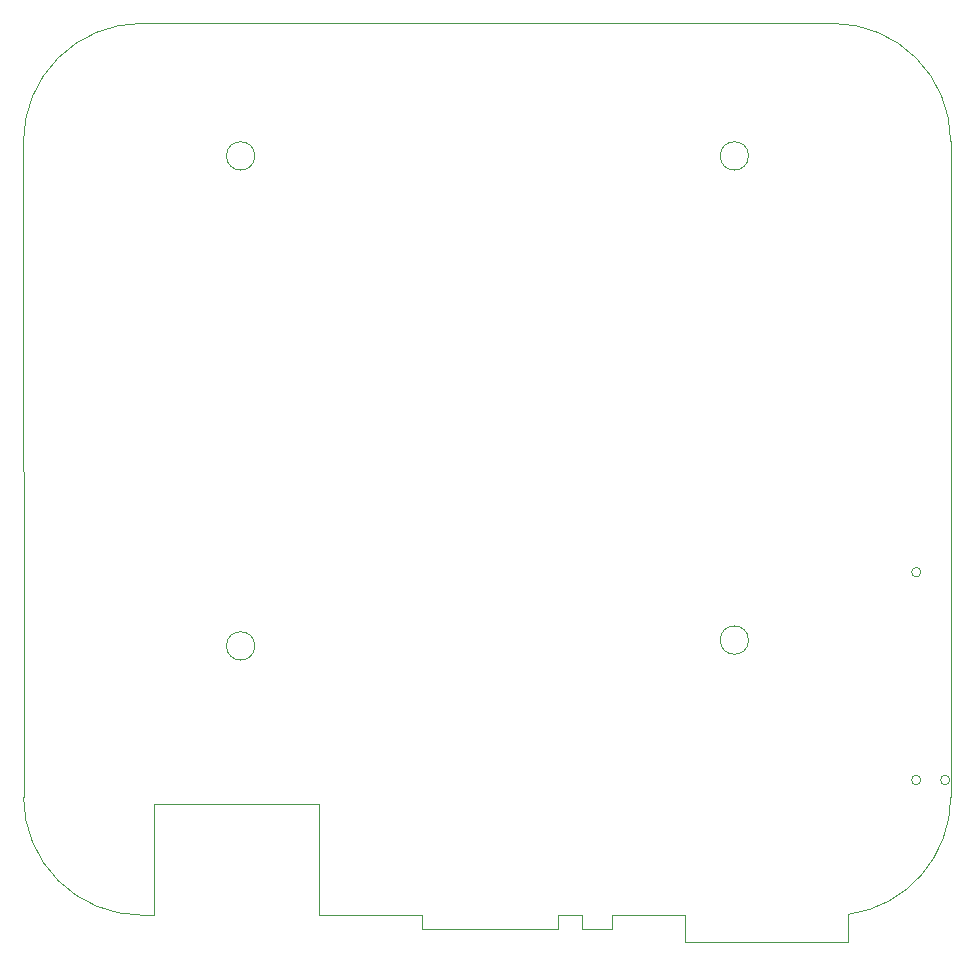
<source format=gbr>
%TF.GenerationSoftware,KiCad,Pcbnew,9.0.2*%
%TF.CreationDate,2025-06-30T16:53:14+07:00*%
%TF.ProjectId,GW11LR,47573131-4c52-42e6-9b69-6361645f7063,rev?*%
%TF.SameCoordinates,Original*%
%TF.FileFunction,Profile,NP*%
%FSLAX46Y46*%
G04 Gerber Fmt 4.6, Leading zero omitted, Abs format (unit mm)*
G04 Created by KiCad (PCBNEW 9.0.2) date 2025-06-30 16:53:14*
%MOMM*%
%LPD*%
G01*
G04 APERTURE LIST*
%TA.AperFunction,Profile*%
%ADD10C,0.050000*%
%TD*%
G04 APERTURE END LIST*
D10*
X176925070Y-72852000D02*
G75*
G02*
X174525070Y-72852000I-1200000J0D01*
G01*
X174525070Y-72852000D02*
G75*
G02*
X176925070Y-72852000I1200000J0D01*
G01*
X135124290Y-114336810D02*
G75*
G02*
X132724290Y-114336810I-1200000J0D01*
G01*
X132724290Y-114336810D02*
G75*
G02*
X135124290Y-114336810I1200000J0D01*
G01*
X185348752Y-138193081D02*
X185348752Y-137078081D01*
X149275000Y-138271650D02*
X160755000Y-138271650D01*
X165335000Y-137156650D02*
X171585000Y-137156650D01*
X191525000Y-108100000D02*
G75*
G02*
X190725000Y-108100000I-400000J0D01*
G01*
X190725000Y-108100000D02*
G75*
G02*
X191525000Y-108100000I400000J0D01*
G01*
X135125050Y-72852000D02*
G75*
G02*
X132725050Y-72852000I-1200000J0D01*
G01*
X132725050Y-72852000D02*
G75*
G02*
X135125050Y-72852000I1200000J0D01*
G01*
X125545088Y-137136778D02*
G75*
G02*
X115545122Y-127136778I12J9999978D01*
G01*
X140575000Y-137136813D02*
X149275000Y-137136650D01*
X184041535Y-61630585D02*
G75*
G02*
X194041515Y-71630585I-35J-10000015D01*
G01*
X191525000Y-125700000D02*
G75*
G02*
X190725000Y-125700000I-400000J0D01*
G01*
X190725000Y-125700000D02*
G75*
G02*
X191525000Y-125700000I400000J0D01*
G01*
X115541536Y-71630585D02*
X115545093Y-127136778D01*
X171585000Y-139386650D02*
X171585000Y-138271650D01*
X193975000Y-125700000D02*
G75*
G02*
X193175000Y-125700000I-400000J0D01*
G01*
X193175000Y-125700000D02*
G75*
G02*
X193975000Y-125700000I400000J0D01*
G01*
X126575000Y-127700000D02*
X140575000Y-127700000D01*
X149275000Y-137136650D02*
X149275000Y-138271650D01*
X165335000Y-138271650D02*
X165335000Y-137156650D01*
X115541535Y-71630585D02*
G75*
G02*
X125541535Y-61630635I9999965J-15D01*
G01*
X162815000Y-138271650D02*
X162815000Y-137156650D01*
X171585000Y-138271650D02*
X171585000Y-137156650D01*
X125545090Y-137136778D02*
X126575000Y-137136811D01*
X140575000Y-137136811D02*
X140575000Y-127700000D01*
X185348752Y-139386675D02*
X185348752Y-138193081D01*
X171585000Y-139386650D02*
X185348752Y-139386675D01*
X126575000Y-137136811D02*
X126575000Y-127700000D01*
X162815000Y-138271650D02*
X165335000Y-138271650D01*
X160755000Y-138271650D02*
X160755000Y-137156650D01*
X194041535Y-71630610D02*
X194045092Y-127136803D01*
X160755000Y-137156650D02*
X162815000Y-137156650D01*
X176925070Y-113852170D02*
G75*
G02*
X174525070Y-113852170I-1200000J0D01*
G01*
X174525070Y-113852170D02*
G75*
G02*
X176925070Y-113852170I1200000J0D01*
G01*
X194045092Y-127136803D02*
G75*
G02*
X185348883Y-137078064I-10030392J3D01*
G01*
X184041535Y-61630585D02*
X125541535Y-61630586D01*
M02*

</source>
